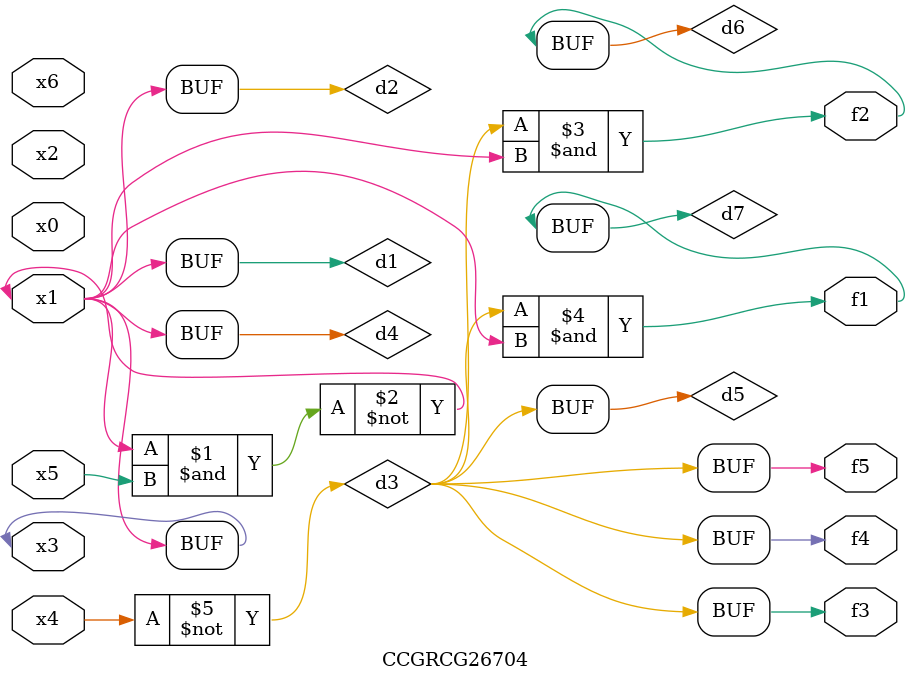
<source format=v>
module CCGRCG26704(
	input x0, x1, x2, x3, x4, x5, x6,
	output f1, f2, f3, f4, f5
);

	wire d1, d2, d3, d4, d5, d6, d7;

	buf (d1, x1, x3);
	nand (d2, x1, x5);
	not (d3, x4);
	buf (d4, d1, d2);
	buf (d5, d3);
	and (d6, d3, d4);
	and (d7, d3, d4);
	assign f1 = d7;
	assign f2 = d6;
	assign f3 = d5;
	assign f4 = d5;
	assign f5 = d5;
endmodule

</source>
